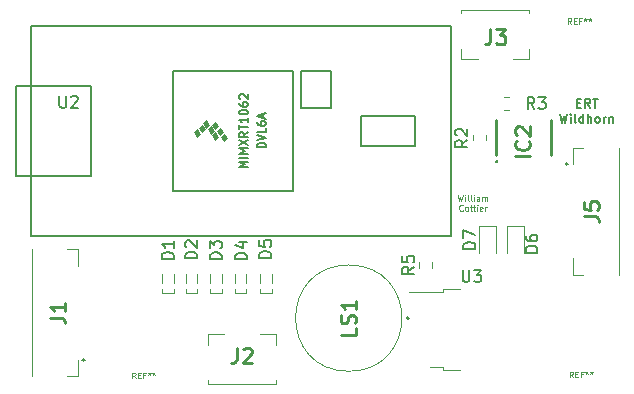
<source format=gto>
%TF.GenerationSoftware,KiCad,Pcbnew,(5.1.10)-1*%
%TF.CreationDate,2021-11-25T14:16:16+01:00*%
%TF.ProjectId,EXTENSION_BOARD,45585445-4e53-4494-9f4e-5f424f415244,rev?*%
%TF.SameCoordinates,Original*%
%TF.FileFunction,Legend,Top*%
%TF.FilePolarity,Positive*%
%FSLAX46Y46*%
G04 Gerber Fmt 4.6, Leading zero omitted, Abs format (unit mm)*
G04 Created by KiCad (PCBNEW (5.1.10)-1) date 2021-11-25 14:16:16*
%MOMM*%
%LPD*%
G01*
G04 APERTURE LIST*
%ADD10C,0.150000*%
%ADD11C,0.100000*%
%ADD12C,0.200000*%
%ADD13C,0.254000*%
%ADD14C,0.120000*%
%ADD15C,0.125000*%
G04 APERTURE END LIST*
D10*
X136310631Y-86027068D02*
X136560631Y-86027068D01*
X136667774Y-86419925D02*
X136310631Y-86419925D01*
X136310631Y-85669925D01*
X136667774Y-85669925D01*
X137417774Y-86419925D02*
X137167774Y-86062782D01*
X136989202Y-86419925D02*
X136989202Y-85669925D01*
X137274917Y-85669925D01*
X137346345Y-85705640D01*
X137382060Y-85741354D01*
X137417774Y-85812782D01*
X137417774Y-85919925D01*
X137382060Y-85991354D01*
X137346345Y-86027068D01*
X137274917Y-86062782D01*
X136989202Y-86062782D01*
X137632060Y-85669925D02*
X138060631Y-85669925D01*
X137846345Y-86419925D02*
X137846345Y-85669925D01*
X134846345Y-86944925D02*
X135024917Y-87694925D01*
X135167774Y-87159211D01*
X135310631Y-87694925D01*
X135489202Y-86944925D01*
X135774917Y-87694925D02*
X135774917Y-87194925D01*
X135774917Y-86944925D02*
X135739202Y-86980640D01*
X135774917Y-87016354D01*
X135810631Y-86980640D01*
X135774917Y-86944925D01*
X135774917Y-87016354D01*
X136239202Y-87694925D02*
X136167774Y-87659211D01*
X136132060Y-87587782D01*
X136132060Y-86944925D01*
X136846345Y-87694925D02*
X136846345Y-86944925D01*
X136846345Y-87659211D02*
X136774917Y-87694925D01*
X136632060Y-87694925D01*
X136560631Y-87659211D01*
X136524917Y-87623497D01*
X136489202Y-87552068D01*
X136489202Y-87337782D01*
X136524917Y-87266354D01*
X136560631Y-87230640D01*
X136632060Y-87194925D01*
X136774917Y-87194925D01*
X136846345Y-87230640D01*
X137203488Y-87694925D02*
X137203488Y-86944925D01*
X137524917Y-87694925D02*
X137524917Y-87302068D01*
X137489202Y-87230640D01*
X137417774Y-87194925D01*
X137310631Y-87194925D01*
X137239202Y-87230640D01*
X137203488Y-87266354D01*
X137989202Y-87694925D02*
X137917774Y-87659211D01*
X137882060Y-87623497D01*
X137846345Y-87552068D01*
X137846345Y-87337782D01*
X137882060Y-87266354D01*
X137917774Y-87230640D01*
X137989202Y-87194925D01*
X138096345Y-87194925D01*
X138167774Y-87230640D01*
X138203488Y-87266354D01*
X138239202Y-87337782D01*
X138239202Y-87552068D01*
X138203488Y-87623497D01*
X138167774Y-87659211D01*
X138096345Y-87694925D01*
X137989202Y-87694925D01*
X138560631Y-87694925D02*
X138560631Y-87194925D01*
X138560631Y-87337782D02*
X138596345Y-87266354D01*
X138632060Y-87230640D01*
X138703488Y-87194925D01*
X138774917Y-87194925D01*
X139024917Y-87194925D02*
X139024917Y-87694925D01*
X139024917Y-87266354D02*
X139060631Y-87230640D01*
X139132060Y-87194925D01*
X139239202Y-87194925D01*
X139310631Y-87230640D01*
X139346345Y-87302068D01*
X139346345Y-87694925D01*
D11*
X126201170Y-93812050D02*
X126320218Y-94312050D01*
X126415456Y-93954907D01*
X126510694Y-94312050D01*
X126629741Y-93812050D01*
X126820218Y-94312050D02*
X126820218Y-93978717D01*
X126820218Y-93812050D02*
X126796408Y-93835860D01*
X126820218Y-93859669D01*
X126844027Y-93835860D01*
X126820218Y-93812050D01*
X126820218Y-93859669D01*
X127129741Y-94312050D02*
X127082122Y-94288240D01*
X127058313Y-94240621D01*
X127058313Y-93812050D01*
X127391646Y-94312050D02*
X127344027Y-94288240D01*
X127320218Y-94240621D01*
X127320218Y-93812050D01*
X127582122Y-94312050D02*
X127582122Y-93978717D01*
X127582122Y-93812050D02*
X127558313Y-93835860D01*
X127582122Y-93859669D01*
X127605932Y-93835860D01*
X127582122Y-93812050D01*
X127582122Y-93859669D01*
X128034503Y-94312050D02*
X128034503Y-94050145D01*
X128010694Y-94002526D01*
X127963075Y-93978717D01*
X127867837Y-93978717D01*
X127820218Y-94002526D01*
X128034503Y-94288240D02*
X127986884Y-94312050D01*
X127867837Y-94312050D01*
X127820218Y-94288240D01*
X127796408Y-94240621D01*
X127796408Y-94193002D01*
X127820218Y-94145383D01*
X127867837Y-94121574D01*
X127986884Y-94121574D01*
X128034503Y-94097764D01*
X128272599Y-94312050D02*
X128272599Y-93978717D01*
X128272599Y-94026336D02*
X128296408Y-94002526D01*
X128344027Y-93978717D01*
X128415456Y-93978717D01*
X128463075Y-94002526D01*
X128486884Y-94050145D01*
X128486884Y-94312050D01*
X128486884Y-94050145D02*
X128510694Y-94002526D01*
X128558313Y-93978717D01*
X128629741Y-93978717D01*
X128677360Y-94002526D01*
X128701170Y-94050145D01*
X128701170Y-94312050D01*
X126629741Y-95114431D02*
X126605932Y-95138240D01*
X126534503Y-95162050D01*
X126486884Y-95162050D01*
X126415456Y-95138240D01*
X126367837Y-95090621D01*
X126344027Y-95043002D01*
X126320218Y-94947764D01*
X126320218Y-94876336D01*
X126344027Y-94781098D01*
X126367837Y-94733479D01*
X126415456Y-94685860D01*
X126486884Y-94662050D01*
X126534503Y-94662050D01*
X126605932Y-94685860D01*
X126629741Y-94709669D01*
X126915456Y-95162050D02*
X126867837Y-95138240D01*
X126844027Y-95114431D01*
X126820218Y-95066812D01*
X126820218Y-94923955D01*
X126844027Y-94876336D01*
X126867837Y-94852526D01*
X126915456Y-94828717D01*
X126986884Y-94828717D01*
X127034503Y-94852526D01*
X127058313Y-94876336D01*
X127082122Y-94923955D01*
X127082122Y-95066812D01*
X127058313Y-95114431D01*
X127034503Y-95138240D01*
X126986884Y-95162050D01*
X126915456Y-95162050D01*
X127224980Y-94828717D02*
X127415456Y-94828717D01*
X127296408Y-94662050D02*
X127296408Y-95090621D01*
X127320218Y-95138240D01*
X127367837Y-95162050D01*
X127415456Y-95162050D01*
X127510694Y-94828717D02*
X127701170Y-94828717D01*
X127582122Y-94662050D02*
X127582122Y-95090621D01*
X127605932Y-95138240D01*
X127653551Y-95162050D01*
X127701170Y-95162050D01*
X127867837Y-95162050D02*
X127867837Y-94828717D01*
X127867837Y-94662050D02*
X127844027Y-94685860D01*
X127867837Y-94709669D01*
X127891646Y-94685860D01*
X127867837Y-94662050D01*
X127867837Y-94709669D01*
X128296408Y-95138240D02*
X128248789Y-95162050D01*
X128153551Y-95162050D01*
X128105932Y-95138240D01*
X128082122Y-95090621D01*
X128082122Y-94900145D01*
X128105932Y-94852526D01*
X128153551Y-94828717D01*
X128248789Y-94828717D01*
X128296408Y-94852526D01*
X128320218Y-94900145D01*
X128320218Y-94947764D01*
X128082122Y-94995383D01*
X128534503Y-95162050D02*
X128534503Y-94828717D01*
X128534503Y-94923955D02*
X128558313Y-94876336D01*
X128582122Y-94852526D01*
X128629741Y-94828717D01*
X128677360Y-94828717D01*
D12*
%TO.C,LS1*%
X121971060Y-104146680D02*
X121971060Y-104146680D01*
X121971060Y-104346680D02*
X121971060Y-104346680D01*
D11*
X116971060Y-99746680D02*
X116971060Y-99746680D01*
X116971060Y-108746680D02*
X116971060Y-108746680D01*
X116971060Y-99746680D02*
G75*
G02*
X116971060Y-108746680I0J-4500000D01*
G01*
X116971060Y-108746680D02*
G75*
G02*
X116971060Y-99746680I0J4500000D01*
G01*
D12*
X121971060Y-104146680D02*
G75*
G02*
X121971060Y-104346680I0J-100000D01*
G01*
X121971060Y-104346680D02*
G75*
G02*
X121971060Y-104146680I0J100000D01*
G01*
D11*
%TO.C,D1*%
X101138100Y-101794580D02*
X101138100Y-102094580D01*
X101138100Y-102094580D02*
X101138100Y-102144580D01*
X101138100Y-102144580D02*
X102138100Y-102144580D01*
X102138100Y-102144580D02*
X102138100Y-101794580D01*
X102138100Y-101294580D02*
X102138100Y-100494580D01*
X101138100Y-101294580D02*
X101138100Y-100494580D01*
%TO.C,D2*%
X103157400Y-101292040D02*
X103157400Y-100492040D01*
X104157400Y-101292040D02*
X104157400Y-100492040D01*
X104157400Y-102142040D02*
X104157400Y-101792040D01*
X103157400Y-102142040D02*
X104157400Y-102142040D01*
X103157400Y-102092040D02*
X103157400Y-102142040D01*
X103157400Y-101792040D02*
X103157400Y-102092040D01*
%TO.C,D3*%
X105235120Y-101792040D02*
X105235120Y-102092040D01*
X105235120Y-102092040D02*
X105235120Y-102142040D01*
X105235120Y-102142040D02*
X106235120Y-102142040D01*
X106235120Y-102142040D02*
X106235120Y-101792040D01*
X106235120Y-101292040D02*
X106235120Y-100492040D01*
X105235120Y-101292040D02*
X105235120Y-100492040D01*
%TO.C,D4*%
X107305220Y-101297120D02*
X107305220Y-100497120D01*
X108305220Y-101297120D02*
X108305220Y-100497120D01*
X108305220Y-102147120D02*
X108305220Y-101797120D01*
X107305220Y-102147120D02*
X108305220Y-102147120D01*
X107305220Y-102097120D02*
X107305220Y-102147120D01*
X107305220Y-101797120D02*
X107305220Y-102097120D01*
%TO.C,D5*%
X109451520Y-101786960D02*
X109451520Y-102086960D01*
X109451520Y-102086960D02*
X109451520Y-102136960D01*
X109451520Y-102136960D02*
X110451520Y-102136960D01*
X110451520Y-102136960D02*
X110451520Y-101786960D01*
X110451520Y-101286960D02*
X110451520Y-100486960D01*
X109451520Y-101286960D02*
X109451520Y-100486960D01*
D13*
%TO.C,IC2*%
X129409960Y-90450800D02*
X129409960Y-87450800D01*
X134109960Y-90450800D02*
X134109960Y-87450800D01*
X129507960Y-90982800D02*
G75*
G03*
X129507960Y-90982800I-45000J0D01*
G01*
D11*
%TO.C,J3*%
X132262360Y-82336420D02*
X132262360Y-81436420D01*
X130887360Y-82336420D02*
X132262360Y-82336420D01*
X126512360Y-82336420D02*
X127887360Y-82336420D01*
X126512360Y-81436420D02*
X126512360Y-82336420D01*
X132262360Y-78136420D02*
X132262360Y-78436420D01*
X126512360Y-78136420D02*
X132262360Y-78136420D01*
X126512360Y-78436420D02*
X126512360Y-78136420D01*
%TO.C,J2*%
X105056980Y-105626120D02*
X105056980Y-106526120D01*
X106431980Y-105626120D02*
X105056980Y-105626120D01*
X110806980Y-105626120D02*
X109431980Y-105626120D01*
X110806980Y-106526120D02*
X110806980Y-105626120D01*
X105056980Y-109826120D02*
X105056980Y-109526120D01*
X110806980Y-109826120D02*
X105056980Y-109826120D01*
X110806980Y-109526120D02*
X110806980Y-109826120D01*
D10*
%TO.C,U2*%
X90070940Y-92199460D02*
X88800940Y-92199460D01*
X88800940Y-92199460D02*
X88800940Y-84579460D01*
X88800940Y-84579460D02*
X90070940Y-84579460D01*
X95150940Y-92199460D02*
X95150940Y-84579460D01*
X95150940Y-84579460D02*
X90070940Y-84579460D01*
X95150940Y-92199460D02*
X90070940Y-92199460D01*
X122582940Y-87119460D02*
X122582940Y-89659460D01*
X122582940Y-89659460D02*
X118010940Y-89659460D01*
X118010940Y-89659460D02*
X118010940Y-87119460D01*
X118010940Y-87119460D02*
X122582940Y-87119460D01*
X112295940Y-93469460D02*
X112295940Y-83309460D01*
X102135940Y-83309460D02*
X102135940Y-93469460D01*
X112295940Y-83309460D02*
X102135940Y-83309460D01*
X112295940Y-93469460D02*
X102135940Y-93469460D01*
X90070940Y-79499460D02*
X125630940Y-79499460D01*
X125630940Y-79499460D02*
X125630940Y-97279460D01*
X125630940Y-97279460D02*
X90070940Y-97279460D01*
X90070940Y-97279460D02*
X90070940Y-79499460D01*
X112930940Y-83309460D02*
X115470940Y-83309460D01*
X115470940Y-83309460D02*
X115470940Y-86484460D01*
X115470940Y-86484460D02*
X112930940Y-86484460D01*
X112930940Y-86484460D02*
X112930940Y-83309460D01*
D11*
G36*
X104675940Y-87754460D02*
G01*
X104929940Y-87500460D01*
X105183940Y-87881460D01*
X104929940Y-88135460D01*
X104675940Y-87754460D01*
G37*
X104675940Y-87754460D02*
X104929940Y-87500460D01*
X105183940Y-87881460D01*
X104929940Y-88135460D01*
X104675940Y-87754460D01*
G36*
X105056940Y-88262460D02*
G01*
X105310940Y-88008460D01*
X105564940Y-88389460D01*
X105310940Y-88643460D01*
X105056940Y-88262460D01*
G37*
X105056940Y-88262460D02*
X105310940Y-88008460D01*
X105564940Y-88389460D01*
X105310940Y-88643460D01*
X105056940Y-88262460D01*
G36*
X105437940Y-88770460D02*
G01*
X105691940Y-88516460D01*
X105945940Y-88897460D01*
X105691940Y-89151460D01*
X105437940Y-88770460D01*
G37*
X105437940Y-88770460D02*
X105691940Y-88516460D01*
X105945940Y-88897460D01*
X105691940Y-89151460D01*
X105437940Y-88770460D01*
G36*
X105437940Y-87881460D02*
G01*
X105691940Y-87627460D01*
X105945940Y-88008460D01*
X105691940Y-88262460D01*
X105437940Y-87881460D01*
G37*
X105437940Y-87881460D02*
X105691940Y-87627460D01*
X105945940Y-88008460D01*
X105691940Y-88262460D01*
X105437940Y-87881460D01*
G36*
X105818940Y-88389460D02*
G01*
X106072940Y-88135460D01*
X106326940Y-88516460D01*
X106072940Y-88770460D01*
X105818940Y-88389460D01*
G37*
X105818940Y-88389460D02*
X106072940Y-88135460D01*
X106326940Y-88516460D01*
X106072940Y-88770460D01*
X105818940Y-88389460D01*
G36*
X106199940Y-88897460D02*
G01*
X106453940Y-88643460D01*
X106707940Y-89024460D01*
X106453940Y-89278460D01*
X106199940Y-88897460D01*
G37*
X106199940Y-88897460D02*
X106453940Y-88643460D01*
X106707940Y-89024460D01*
X106453940Y-89278460D01*
X106199940Y-88897460D01*
G36*
X104294940Y-88135460D02*
G01*
X104548940Y-87881460D01*
X104802940Y-88262460D01*
X104548940Y-88516460D01*
X104294940Y-88135460D01*
G37*
X104294940Y-88135460D02*
X104548940Y-87881460D01*
X104802940Y-88262460D01*
X104548940Y-88516460D01*
X104294940Y-88135460D01*
G36*
X103913940Y-88516460D02*
G01*
X104167940Y-88262460D01*
X104421940Y-88643460D01*
X104167940Y-88897460D01*
X103913940Y-88516460D01*
G37*
X103913940Y-88516460D02*
X104167940Y-88262460D01*
X104421940Y-88643460D01*
X104167940Y-88897460D01*
X103913940Y-88516460D01*
%TO.C,J1*%
X90126300Y-109167900D02*
X90126300Y-98417900D01*
X94026300Y-98417900D02*
X93126300Y-98417900D01*
X94026300Y-99792900D02*
X94026300Y-98417900D01*
X94026300Y-109167900D02*
X93126300Y-109167900D01*
X94026300Y-107792900D02*
X94026300Y-109167900D01*
D12*
X94626300Y-107792900D02*
X94626300Y-107792900D01*
X94426300Y-107792900D02*
X94426300Y-107792900D01*
X94626300Y-107792900D02*
G75*
G02*
X94426300Y-107792900I-100000J0D01*
G01*
X94426300Y-107792900D02*
G75*
G02*
X94626300Y-107792900I100000J0D01*
G01*
D14*
%TO.C,R2*%
X128576600Y-88724202D02*
X128576600Y-89198718D01*
X127531600Y-88724202D02*
X127531600Y-89198718D01*
%TO.C,R3*%
X130557538Y-85542860D02*
X130083022Y-85542860D01*
X130557538Y-86587860D02*
X130083022Y-86587860D01*
%TO.C,D6*%
X130331540Y-96477820D02*
X130331540Y-98762820D01*
X131801540Y-96477820D02*
X130331540Y-96477820D01*
X131801540Y-98762820D02*
X131801540Y-96477820D01*
%TO.C,D7*%
X129479980Y-98745040D02*
X129479980Y-96460040D01*
X129479980Y-96460040D02*
X128009980Y-96460040D01*
X128009980Y-96460040D02*
X128009980Y-98745040D01*
%TO.C,R5*%
X122959600Y-99974938D02*
X122959600Y-99500422D01*
X124004600Y-99974938D02*
X124004600Y-99500422D01*
%TO.C,U3*%
X126411580Y-101774580D02*
X124911580Y-101774580D01*
X124911580Y-101774580D02*
X124911580Y-102044580D01*
X124911580Y-102044580D02*
X122081580Y-102044580D01*
X126411580Y-108674580D02*
X124911580Y-108674580D01*
X124911580Y-108674580D02*
X124911580Y-108404580D01*
X124911580Y-108404580D02*
X123811580Y-108404580D01*
D12*
%TO.C,J5*%
X135529100Y-91196660D02*
X135529100Y-91196660D01*
X135329100Y-91196660D02*
X135329100Y-91196660D01*
D11*
X135929100Y-91196660D02*
X135929100Y-89821660D01*
X135929100Y-89821660D02*
X136829100Y-89821660D01*
X135929100Y-99196660D02*
X135929100Y-100571660D01*
X135929100Y-100571660D02*
X136829100Y-100571660D01*
X139829100Y-89821660D02*
X139829100Y-100571660D01*
D12*
X135329100Y-91196660D02*
G75*
G02*
X135529100Y-91196660I100000J0D01*
G01*
X135529100Y-91196660D02*
G75*
G02*
X135329100Y-91196660I-100000J0D01*
G01*
%TO.C,LS1*%
D13*
X117545583Y-105063108D02*
X117545583Y-105667870D01*
X116275583Y-105667870D01*
X117485107Y-104700251D02*
X117545583Y-104518822D01*
X117545583Y-104216441D01*
X117485107Y-104095489D01*
X117424631Y-104035013D01*
X117303679Y-103974537D01*
X117182726Y-103974537D01*
X117061774Y-104035013D01*
X117001298Y-104095489D01*
X116940821Y-104216441D01*
X116880345Y-104458346D01*
X116819869Y-104579299D01*
X116759393Y-104639775D01*
X116638440Y-104700251D01*
X116517488Y-104700251D01*
X116396536Y-104639775D01*
X116336060Y-104579299D01*
X116275583Y-104458346D01*
X116275583Y-104155965D01*
X116336060Y-103974537D01*
X117545583Y-102765013D02*
X117545583Y-103490727D01*
X117545583Y-103127870D02*
X116275583Y-103127870D01*
X116457012Y-103248822D01*
X116577964Y-103369775D01*
X116638440Y-103490727D01*
%TO.C,REF\u002A\u002A*%
D15*
X98919113Y-109352210D02*
X98752446Y-109114115D01*
X98633399Y-109352210D02*
X98633399Y-108852210D01*
X98823875Y-108852210D01*
X98871494Y-108876020D01*
X98895303Y-108899829D01*
X98919113Y-108947448D01*
X98919113Y-109018877D01*
X98895303Y-109066496D01*
X98871494Y-109090305D01*
X98823875Y-109114115D01*
X98633399Y-109114115D01*
X99133399Y-109090305D02*
X99300065Y-109090305D01*
X99371494Y-109352210D02*
X99133399Y-109352210D01*
X99133399Y-108852210D01*
X99371494Y-108852210D01*
X99752446Y-109090305D02*
X99585780Y-109090305D01*
X99585780Y-109352210D02*
X99585780Y-108852210D01*
X99823875Y-108852210D01*
X100085780Y-108852210D02*
X100085780Y-108971258D01*
X99966732Y-108923639D02*
X100085780Y-108971258D01*
X100204827Y-108923639D01*
X100014351Y-109066496D02*
X100085780Y-108971258D01*
X100157208Y-109066496D01*
X100466732Y-108852210D02*
X100466732Y-108971258D01*
X100347684Y-108923639D02*
X100466732Y-108971258D01*
X100585780Y-108923639D01*
X100395303Y-109066496D02*
X100466732Y-108971258D01*
X100538160Y-109066496D01*
X135952313Y-109273470D02*
X135785646Y-109035375D01*
X135666599Y-109273470D02*
X135666599Y-108773470D01*
X135857075Y-108773470D01*
X135904694Y-108797280D01*
X135928503Y-108821089D01*
X135952313Y-108868708D01*
X135952313Y-108940137D01*
X135928503Y-108987756D01*
X135904694Y-109011565D01*
X135857075Y-109035375D01*
X135666599Y-109035375D01*
X136166599Y-109011565D02*
X136333265Y-109011565D01*
X136404694Y-109273470D02*
X136166599Y-109273470D01*
X136166599Y-108773470D01*
X136404694Y-108773470D01*
X136785646Y-109011565D02*
X136618980Y-109011565D01*
X136618980Y-109273470D02*
X136618980Y-108773470D01*
X136857075Y-108773470D01*
X137118980Y-108773470D02*
X137118980Y-108892518D01*
X136999932Y-108844899D02*
X137118980Y-108892518D01*
X137238027Y-108844899D01*
X137047551Y-108987756D02*
X137118980Y-108892518D01*
X137190408Y-108987756D01*
X137499932Y-108773470D02*
X137499932Y-108892518D01*
X137380884Y-108844899D02*
X137499932Y-108892518D01*
X137618980Y-108844899D01*
X137428503Y-108987756D02*
X137499932Y-108892518D01*
X137571360Y-108987756D01*
X135825313Y-79337030D02*
X135658646Y-79098935D01*
X135539599Y-79337030D02*
X135539599Y-78837030D01*
X135730075Y-78837030D01*
X135777694Y-78860840D01*
X135801503Y-78884649D01*
X135825313Y-78932268D01*
X135825313Y-79003697D01*
X135801503Y-79051316D01*
X135777694Y-79075125D01*
X135730075Y-79098935D01*
X135539599Y-79098935D01*
X136039599Y-79075125D02*
X136206265Y-79075125D01*
X136277694Y-79337030D02*
X136039599Y-79337030D01*
X136039599Y-78837030D01*
X136277694Y-78837030D01*
X136658646Y-79075125D02*
X136491980Y-79075125D01*
X136491980Y-79337030D02*
X136491980Y-78837030D01*
X136730075Y-78837030D01*
X136991980Y-78837030D02*
X136991980Y-78956078D01*
X136872932Y-78908459D02*
X136991980Y-78956078D01*
X137111027Y-78908459D01*
X136920551Y-79051316D02*
X136991980Y-78956078D01*
X137063408Y-79051316D01*
X137372932Y-78837030D02*
X137372932Y-78956078D01*
X137253884Y-78908459D02*
X137372932Y-78956078D01*
X137491980Y-78908459D01*
X137301503Y-79051316D02*
X137372932Y-78956078D01*
X137444360Y-79051316D01*
%TO.C,D1*%
D10*
X102136200Y-99231675D02*
X101136200Y-99231675D01*
X101136200Y-98993580D01*
X101183820Y-98850722D01*
X101279058Y-98755484D01*
X101374296Y-98707865D01*
X101564772Y-98660246D01*
X101707629Y-98660246D01*
X101898105Y-98707865D01*
X101993343Y-98755484D01*
X102088581Y-98850722D01*
X102136200Y-98993580D01*
X102136200Y-99231675D01*
X102136200Y-97707865D02*
X102136200Y-98279294D01*
X102136200Y-97993580D02*
X101136200Y-97993580D01*
X101279058Y-98088818D01*
X101374296Y-98184056D01*
X101421915Y-98279294D01*
%TO.C,D2*%
X104137720Y-99196115D02*
X103137720Y-99196115D01*
X103137720Y-98958020D01*
X103185340Y-98815162D01*
X103280578Y-98719924D01*
X103375816Y-98672305D01*
X103566292Y-98624686D01*
X103709149Y-98624686D01*
X103899625Y-98672305D01*
X103994863Y-98719924D01*
X104090101Y-98815162D01*
X104137720Y-98958020D01*
X104137720Y-99196115D01*
X103232959Y-98243734D02*
X103185340Y-98196115D01*
X103137720Y-98100877D01*
X103137720Y-97862781D01*
X103185340Y-97767543D01*
X103232959Y-97719924D01*
X103328197Y-97672305D01*
X103423435Y-97672305D01*
X103566292Y-97719924D01*
X104137720Y-98291353D01*
X104137720Y-97672305D01*
%TO.C,D3*%
X106202740Y-99257075D02*
X105202740Y-99257075D01*
X105202740Y-99018980D01*
X105250360Y-98876122D01*
X105345598Y-98780884D01*
X105440836Y-98733265D01*
X105631312Y-98685646D01*
X105774169Y-98685646D01*
X105964645Y-98733265D01*
X106059883Y-98780884D01*
X106155121Y-98876122D01*
X106202740Y-99018980D01*
X106202740Y-99257075D01*
X105202740Y-98352313D02*
X105202740Y-97733265D01*
X105583693Y-98066599D01*
X105583693Y-97923741D01*
X105631312Y-97828503D01*
X105678931Y-97780884D01*
X105774169Y-97733265D01*
X106012264Y-97733265D01*
X106107502Y-97780884D01*
X106155121Y-97828503D01*
X106202740Y-97923741D01*
X106202740Y-98209456D01*
X106155121Y-98304694D01*
X106107502Y-98352313D01*
%TO.C,D4*%
X108354120Y-99264695D02*
X107354120Y-99264695D01*
X107354120Y-99026600D01*
X107401740Y-98883742D01*
X107496978Y-98788504D01*
X107592216Y-98740885D01*
X107782692Y-98693266D01*
X107925549Y-98693266D01*
X108116025Y-98740885D01*
X108211263Y-98788504D01*
X108306501Y-98883742D01*
X108354120Y-99026600D01*
X108354120Y-99264695D01*
X107687454Y-97836123D02*
X108354120Y-97836123D01*
X107306501Y-98074219D02*
X108020787Y-98312314D01*
X108020787Y-97693266D01*
%TO.C,D5*%
X110401360Y-99138395D02*
X109401360Y-99138395D01*
X109401360Y-98900300D01*
X109448980Y-98757442D01*
X109544218Y-98662204D01*
X109639456Y-98614585D01*
X109829932Y-98566966D01*
X109972789Y-98566966D01*
X110163265Y-98614585D01*
X110258503Y-98662204D01*
X110353741Y-98757442D01*
X110401360Y-98900300D01*
X110401360Y-99138395D01*
X109401360Y-97662204D02*
X109401360Y-98138395D01*
X109877551Y-98186014D01*
X109829932Y-98138395D01*
X109782313Y-98043157D01*
X109782313Y-97805061D01*
X109829932Y-97709823D01*
X109877551Y-97662204D01*
X109972789Y-97614585D01*
X110210884Y-97614585D01*
X110306122Y-97662204D01*
X110353741Y-97709823D01*
X110401360Y-97805061D01*
X110401360Y-98043157D01*
X110353741Y-98138395D01*
X110306122Y-98186014D01*
%TO.C,IC2*%
D13*
X132328483Y-90562561D02*
X131058483Y-90562561D01*
X132207531Y-89232085D02*
X132268007Y-89292561D01*
X132328483Y-89473990D01*
X132328483Y-89594942D01*
X132268007Y-89776371D01*
X132147055Y-89897323D01*
X132026102Y-89957800D01*
X131784198Y-90018276D01*
X131602769Y-90018276D01*
X131360864Y-89957800D01*
X131239912Y-89897323D01*
X131118960Y-89776371D01*
X131058483Y-89594942D01*
X131058483Y-89473990D01*
X131118960Y-89292561D01*
X131179436Y-89232085D01*
X131179436Y-88748276D02*
X131118960Y-88687800D01*
X131058483Y-88566847D01*
X131058483Y-88264466D01*
X131118960Y-88143514D01*
X131179436Y-88083038D01*
X131300388Y-88022561D01*
X131421340Y-88022561D01*
X131602769Y-88083038D01*
X132328483Y-88808752D01*
X132328483Y-88022561D01*
%TO.C,J3*%
X128964026Y-79790943D02*
X128964026Y-80698086D01*
X128903550Y-80879515D01*
X128782598Y-81000467D01*
X128601169Y-81060943D01*
X128480217Y-81060943D01*
X129447836Y-79790943D02*
X130234026Y-79790943D01*
X129810693Y-80274753D01*
X129992121Y-80274753D01*
X130113074Y-80335229D01*
X130173550Y-80395705D01*
X130234026Y-80516658D01*
X130234026Y-80819039D01*
X130173550Y-80939991D01*
X130113074Y-81000467D01*
X129992121Y-81060943D01*
X129629264Y-81060943D01*
X129508312Y-81000467D01*
X129447836Y-80939991D01*
%TO.C,J2*%
X107508646Y-106780643D02*
X107508646Y-107687786D01*
X107448170Y-107869215D01*
X107327218Y-107990167D01*
X107145789Y-108050643D01*
X107024837Y-108050643D01*
X108052932Y-106901596D02*
X108113408Y-106841120D01*
X108234360Y-106780643D01*
X108536741Y-106780643D01*
X108657694Y-106841120D01*
X108718170Y-106901596D01*
X108778646Y-107022548D01*
X108778646Y-107143500D01*
X108718170Y-107324929D01*
X107992456Y-108050643D01*
X108778646Y-108050643D01*
%TO.C,U2*%
D10*
X92473875Y-85426300D02*
X92473875Y-86235824D01*
X92521494Y-86331062D01*
X92569113Y-86378681D01*
X92664351Y-86426300D01*
X92854827Y-86426300D01*
X92950065Y-86378681D01*
X92997684Y-86331062D01*
X93045303Y-86235824D01*
X93045303Y-85426300D01*
X93473875Y-85521539D02*
X93521494Y-85473920D01*
X93616732Y-85426300D01*
X93854827Y-85426300D01*
X93950065Y-85473920D01*
X93997684Y-85521539D01*
X94045303Y-85616777D01*
X94045303Y-85712015D01*
X93997684Y-85854872D01*
X93426256Y-86426300D01*
X94045303Y-86426300D01*
X108421606Y-91472793D02*
X107721606Y-91472793D01*
X108221606Y-91239460D01*
X107721606Y-91006126D01*
X108421606Y-91006126D01*
X108421606Y-90672793D02*
X107721606Y-90672793D01*
X108421606Y-90339460D02*
X107721606Y-90339460D01*
X108221606Y-90106126D01*
X107721606Y-89872793D01*
X108421606Y-89872793D01*
X107721606Y-89606126D02*
X108421606Y-89139460D01*
X107721606Y-89139460D02*
X108421606Y-89606126D01*
X108421606Y-88472793D02*
X108088273Y-88706126D01*
X108421606Y-88872793D02*
X107721606Y-88872793D01*
X107721606Y-88606126D01*
X107754940Y-88539460D01*
X107788273Y-88506126D01*
X107854940Y-88472793D01*
X107954940Y-88472793D01*
X108021606Y-88506126D01*
X108054940Y-88539460D01*
X108088273Y-88606126D01*
X108088273Y-88872793D01*
X107721606Y-88272793D02*
X107721606Y-87872793D01*
X108421606Y-88072793D02*
X107721606Y-88072793D01*
X108421606Y-87272793D02*
X108421606Y-87672793D01*
X108421606Y-87472793D02*
X107721606Y-87472793D01*
X107821606Y-87539460D01*
X107888273Y-87606126D01*
X107921606Y-87672793D01*
X107721606Y-86839460D02*
X107721606Y-86772793D01*
X107754940Y-86706126D01*
X107788273Y-86672793D01*
X107854940Y-86639460D01*
X107988273Y-86606126D01*
X108154940Y-86606126D01*
X108288273Y-86639460D01*
X108354940Y-86672793D01*
X108388273Y-86706126D01*
X108421606Y-86772793D01*
X108421606Y-86839460D01*
X108388273Y-86906126D01*
X108354940Y-86939460D01*
X108288273Y-86972793D01*
X108154940Y-87006126D01*
X107988273Y-87006126D01*
X107854940Y-86972793D01*
X107788273Y-86939460D01*
X107754940Y-86906126D01*
X107721606Y-86839460D01*
X107721606Y-86006126D02*
X107721606Y-86139460D01*
X107754940Y-86206126D01*
X107788273Y-86239460D01*
X107888273Y-86306126D01*
X108021606Y-86339460D01*
X108288273Y-86339460D01*
X108354940Y-86306126D01*
X108388273Y-86272793D01*
X108421606Y-86206126D01*
X108421606Y-86072793D01*
X108388273Y-86006126D01*
X108354940Y-85972793D01*
X108288273Y-85939460D01*
X108121606Y-85939460D01*
X108054940Y-85972793D01*
X108021606Y-86006126D01*
X107988273Y-86072793D01*
X107988273Y-86206126D01*
X108021606Y-86272793D01*
X108054940Y-86306126D01*
X108121606Y-86339460D01*
X107788273Y-85672793D02*
X107754940Y-85639460D01*
X107721606Y-85572793D01*
X107721606Y-85406126D01*
X107754940Y-85339460D01*
X107788273Y-85306126D01*
X107854940Y-85272793D01*
X107921606Y-85272793D01*
X108021606Y-85306126D01*
X108421606Y-85706126D01*
X108421606Y-85272793D01*
X109945606Y-89789460D02*
X109245606Y-89789460D01*
X109245606Y-89622793D01*
X109278940Y-89522793D01*
X109345606Y-89456126D01*
X109412273Y-89422793D01*
X109545606Y-89389460D01*
X109645606Y-89389460D01*
X109778940Y-89422793D01*
X109845606Y-89456126D01*
X109912273Y-89522793D01*
X109945606Y-89622793D01*
X109945606Y-89789460D01*
X109245606Y-89189460D02*
X109945606Y-88956126D01*
X109245606Y-88722793D01*
X109945606Y-88156126D02*
X109945606Y-88489460D01*
X109245606Y-88489460D01*
X109245606Y-87622793D02*
X109245606Y-87756126D01*
X109278940Y-87822793D01*
X109312273Y-87856126D01*
X109412273Y-87922793D01*
X109545606Y-87956126D01*
X109812273Y-87956126D01*
X109878940Y-87922793D01*
X109912273Y-87889460D01*
X109945606Y-87822793D01*
X109945606Y-87689460D01*
X109912273Y-87622793D01*
X109878940Y-87589460D01*
X109812273Y-87556126D01*
X109645606Y-87556126D01*
X109578940Y-87589460D01*
X109545606Y-87622793D01*
X109512273Y-87689460D01*
X109512273Y-87822793D01*
X109545606Y-87889460D01*
X109578940Y-87922793D01*
X109645606Y-87956126D01*
X109745606Y-87289460D02*
X109745606Y-86956126D01*
X109945606Y-87356126D02*
X109245606Y-87122793D01*
X109945606Y-86889460D01*
%TO.C,J1*%
D13*
X91680823Y-104216233D02*
X92587966Y-104216233D01*
X92769395Y-104276709D01*
X92890347Y-104397661D01*
X92950823Y-104579090D01*
X92950823Y-104700042D01*
X92950823Y-102946233D02*
X92950823Y-103671947D01*
X92950823Y-103309090D02*
X91680823Y-103309090D01*
X91862252Y-103430042D01*
X91983204Y-103550995D01*
X92043680Y-103671947D01*
%TO.C,R2*%
D10*
X127010420Y-89163186D02*
X126534230Y-89496520D01*
X127010420Y-89734615D02*
X126010420Y-89734615D01*
X126010420Y-89353662D01*
X126058040Y-89258424D01*
X126105659Y-89210805D01*
X126200897Y-89163186D01*
X126343754Y-89163186D01*
X126438992Y-89210805D01*
X126486611Y-89258424D01*
X126534230Y-89353662D01*
X126534230Y-89734615D01*
X126105659Y-88782234D02*
X126058040Y-88734615D01*
X126010420Y-88639377D01*
X126010420Y-88401281D01*
X126058040Y-88306043D01*
X126105659Y-88258424D01*
X126200897Y-88210805D01*
X126296135Y-88210805D01*
X126438992Y-88258424D01*
X127010420Y-88829853D01*
X127010420Y-88210805D01*
%TO.C,R3*%
X132695653Y-86535520D02*
X132362320Y-86059330D01*
X132124224Y-86535520D02*
X132124224Y-85535520D01*
X132505177Y-85535520D01*
X132600415Y-85583140D01*
X132648034Y-85630759D01*
X132695653Y-85725997D01*
X132695653Y-85868854D01*
X132648034Y-85964092D01*
X132600415Y-86011711D01*
X132505177Y-86059330D01*
X132124224Y-86059330D01*
X133028986Y-85535520D02*
X133648034Y-85535520D01*
X133314700Y-85916473D01*
X133457558Y-85916473D01*
X133552796Y-85964092D01*
X133600415Y-86011711D01*
X133648034Y-86106949D01*
X133648034Y-86345044D01*
X133600415Y-86440282D01*
X133552796Y-86487901D01*
X133457558Y-86535520D01*
X133171843Y-86535520D01*
X133076605Y-86487901D01*
X133028986Y-86440282D01*
%TO.C,D6*%
X132948920Y-98700915D02*
X131948920Y-98700915D01*
X131948920Y-98462820D01*
X131996540Y-98319962D01*
X132091778Y-98224724D01*
X132187016Y-98177105D01*
X132377492Y-98129486D01*
X132520349Y-98129486D01*
X132710825Y-98177105D01*
X132806063Y-98224724D01*
X132901301Y-98319962D01*
X132948920Y-98462820D01*
X132948920Y-98700915D01*
X131948920Y-97272343D02*
X131948920Y-97462820D01*
X131996540Y-97558058D01*
X132044159Y-97605677D01*
X132187016Y-97700915D01*
X132377492Y-97748534D01*
X132758444Y-97748534D01*
X132853682Y-97700915D01*
X132901301Y-97653296D01*
X132948920Y-97558058D01*
X132948920Y-97367581D01*
X132901301Y-97272343D01*
X132853682Y-97224724D01*
X132758444Y-97177105D01*
X132520349Y-97177105D01*
X132425111Y-97224724D01*
X132377492Y-97272343D01*
X132329873Y-97367581D01*
X132329873Y-97558058D01*
X132377492Y-97653296D01*
X132425111Y-97700915D01*
X132520349Y-97748534D01*
%TO.C,D7*%
X127686060Y-98375895D02*
X126686060Y-98375895D01*
X126686060Y-98137800D01*
X126733680Y-97994942D01*
X126828918Y-97899704D01*
X126924156Y-97852085D01*
X127114632Y-97804466D01*
X127257489Y-97804466D01*
X127447965Y-97852085D01*
X127543203Y-97899704D01*
X127638441Y-97994942D01*
X127686060Y-98137800D01*
X127686060Y-98375895D01*
X126686060Y-97471133D02*
X126686060Y-96804466D01*
X127686060Y-97233038D01*
%TO.C,R5*%
X122504480Y-99904346D02*
X122028290Y-100237680D01*
X122504480Y-100475775D02*
X121504480Y-100475775D01*
X121504480Y-100094822D01*
X121552100Y-99999584D01*
X121599719Y-99951965D01*
X121694957Y-99904346D01*
X121837814Y-99904346D01*
X121933052Y-99951965D01*
X121980671Y-99999584D01*
X122028290Y-100094822D01*
X122028290Y-100475775D01*
X121504480Y-98999584D02*
X121504480Y-99475775D01*
X121980671Y-99523394D01*
X121933052Y-99475775D01*
X121885433Y-99380537D01*
X121885433Y-99142441D01*
X121933052Y-99047203D01*
X121980671Y-98999584D01*
X122075909Y-98951965D01*
X122314004Y-98951965D01*
X122409242Y-98999584D01*
X122456861Y-99047203D01*
X122504480Y-99142441D01*
X122504480Y-99380537D01*
X122456861Y-99475775D01*
X122409242Y-99523394D01*
%TO.C,U3*%
X126619675Y-100176960D02*
X126619675Y-100986484D01*
X126667294Y-101081722D01*
X126714913Y-101129341D01*
X126810151Y-101176960D01*
X127000627Y-101176960D01*
X127095865Y-101129341D01*
X127143484Y-101081722D01*
X127191103Y-100986484D01*
X127191103Y-100176960D01*
X127572056Y-100176960D02*
X128191103Y-100176960D01*
X127857770Y-100557913D01*
X128000627Y-100557913D01*
X128095865Y-100605532D01*
X128143484Y-100653151D01*
X128191103Y-100748389D01*
X128191103Y-100986484D01*
X128143484Y-101081722D01*
X128095865Y-101129341D01*
X128000627Y-101176960D01*
X127714913Y-101176960D01*
X127619675Y-101129341D01*
X127572056Y-101081722D01*
%TO.C,J5*%
D13*
X136883623Y-95619993D02*
X137790766Y-95619993D01*
X137972195Y-95680469D01*
X138093147Y-95801421D01*
X138153623Y-95982850D01*
X138153623Y-96103802D01*
X136883623Y-94410469D02*
X136883623Y-95015231D01*
X137488385Y-95075707D01*
X137427909Y-95015231D01*
X137367433Y-94894279D01*
X137367433Y-94591898D01*
X137427909Y-94470945D01*
X137488385Y-94410469D01*
X137609338Y-94349993D01*
X137911719Y-94349993D01*
X138032671Y-94410469D01*
X138093147Y-94470945D01*
X138153623Y-94591898D01*
X138153623Y-94894279D01*
X138093147Y-95015231D01*
X138032671Y-95075707D01*
%TD*%
M02*

</source>
